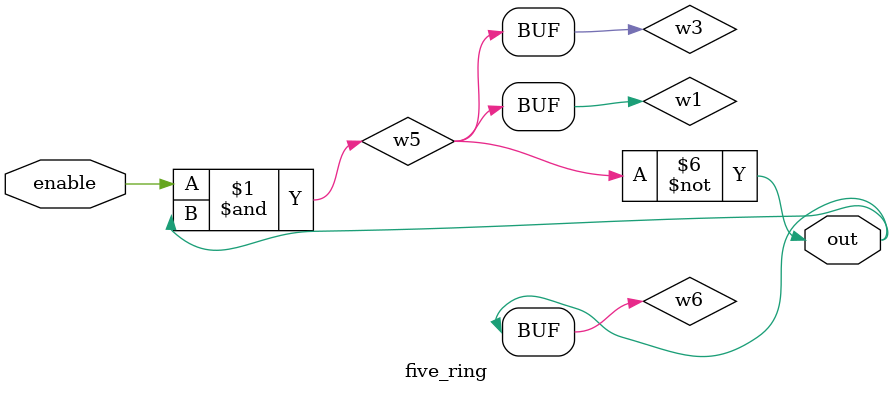
<source format=v>
`timescale 1ns / 1ps
/*
(* DONT_TOUCH = "TRUE" *)
(* ALLOW_COMBINATIONAL_LOOPS = "TRUE" *)

*/

module five_ring(enable,out);
    input enable;
    output out;
    //output w1, w2, w3, w4, w5, w6, out;
    (* ALLOW_COMBINATIONAL_LOOPS = "TRUE" *)
    (* DONT_TOUCH = "TRUE" *) wire w1, w2, w3, w4, w5, w6;
    
    //input enable;
    //output w1, w2, w3, w4, w5, w6, Q;
    
    assign out = w6;
    and #5(w1, enable,out );   
    not #5(w2, w1);
    not #5(w3, w2);
    not #5(w4, w3);
    not #5(w5, w4);
    not #5(w6,w5);
    
    
    
    
    
    
endmodule

</source>
